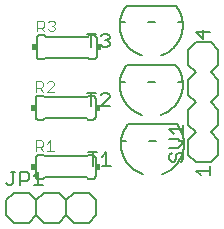
<source format=gto>
G75*
%MOIN*%
%OFA0B0*%
%FSLAX25Y25*%
%IPPOS*%
%LPD*%
%AMOC8*
5,1,8,0,0,1.08239X$1,22.5*
%
%ADD10C,0.00600*%
%ADD11C,0.00500*%
%ADD12R,0.01500X0.02000*%
%ADD13C,0.00400*%
D10*
X0005894Y0007765D02*
X0008394Y0005265D01*
X0013394Y0005265D01*
X0015894Y0007765D01*
X0018394Y0005265D01*
X0023394Y0005265D01*
X0025894Y0007765D01*
X0028394Y0005265D01*
X0033394Y0005265D01*
X0035894Y0007765D01*
X0035894Y0012765D01*
X0033394Y0015265D01*
X0028394Y0015265D01*
X0025894Y0012765D01*
X0025894Y0007765D01*
X0025894Y0012765D02*
X0023394Y0015265D01*
X0018394Y0015265D01*
X0015894Y0012765D01*
X0015894Y0007765D01*
X0015894Y0012765D02*
X0013394Y0015265D01*
X0008394Y0015265D01*
X0005894Y0012765D01*
X0005894Y0007765D01*
X0016658Y0019847D02*
X0018158Y0019847D01*
X0018658Y0020347D01*
X0032658Y0020347D01*
X0033158Y0019847D01*
X0034658Y0019847D01*
X0034718Y0019849D01*
X0034779Y0019854D01*
X0034838Y0019863D01*
X0034897Y0019876D01*
X0034956Y0019892D01*
X0035013Y0019912D01*
X0035068Y0019935D01*
X0035123Y0019962D01*
X0035175Y0019991D01*
X0035226Y0020024D01*
X0035275Y0020060D01*
X0035321Y0020098D01*
X0035365Y0020140D01*
X0035407Y0020184D01*
X0035445Y0020230D01*
X0035481Y0020279D01*
X0035514Y0020330D01*
X0035543Y0020382D01*
X0035570Y0020437D01*
X0035593Y0020492D01*
X0035613Y0020549D01*
X0035629Y0020608D01*
X0035642Y0020667D01*
X0035651Y0020726D01*
X0035656Y0020787D01*
X0035658Y0020847D01*
X0035658Y0026847D01*
X0035656Y0026907D01*
X0035651Y0026968D01*
X0035642Y0027027D01*
X0035629Y0027086D01*
X0035613Y0027145D01*
X0035593Y0027202D01*
X0035570Y0027257D01*
X0035543Y0027312D01*
X0035514Y0027364D01*
X0035481Y0027415D01*
X0035445Y0027464D01*
X0035407Y0027510D01*
X0035365Y0027554D01*
X0035321Y0027596D01*
X0035275Y0027634D01*
X0035226Y0027670D01*
X0035175Y0027703D01*
X0035123Y0027732D01*
X0035068Y0027759D01*
X0035013Y0027782D01*
X0034956Y0027802D01*
X0034897Y0027818D01*
X0034838Y0027831D01*
X0034779Y0027840D01*
X0034718Y0027845D01*
X0034658Y0027847D01*
X0033158Y0027847D01*
X0032658Y0027347D01*
X0018658Y0027347D01*
X0018158Y0027847D01*
X0016658Y0027847D01*
X0016598Y0027845D01*
X0016537Y0027840D01*
X0016478Y0027831D01*
X0016419Y0027818D01*
X0016360Y0027802D01*
X0016303Y0027782D01*
X0016248Y0027759D01*
X0016193Y0027732D01*
X0016141Y0027703D01*
X0016090Y0027670D01*
X0016041Y0027634D01*
X0015995Y0027596D01*
X0015951Y0027554D01*
X0015909Y0027510D01*
X0015871Y0027464D01*
X0015835Y0027415D01*
X0015802Y0027364D01*
X0015773Y0027312D01*
X0015746Y0027257D01*
X0015723Y0027202D01*
X0015703Y0027145D01*
X0015687Y0027086D01*
X0015674Y0027027D01*
X0015665Y0026968D01*
X0015660Y0026907D01*
X0015658Y0026847D01*
X0015658Y0020847D01*
X0015660Y0020787D01*
X0015665Y0020726D01*
X0015674Y0020667D01*
X0015687Y0020608D01*
X0015703Y0020549D01*
X0015723Y0020492D01*
X0015746Y0020437D01*
X0015773Y0020382D01*
X0015802Y0020330D01*
X0015835Y0020279D01*
X0015871Y0020230D01*
X0015909Y0020184D01*
X0015951Y0020140D01*
X0015995Y0020098D01*
X0016041Y0020060D01*
X0016090Y0020024D01*
X0016141Y0019991D01*
X0016193Y0019962D01*
X0016248Y0019935D01*
X0016303Y0019912D01*
X0016360Y0019892D01*
X0016419Y0019876D01*
X0016478Y0019863D01*
X0016537Y0019854D01*
X0016598Y0019849D01*
X0016658Y0019847D01*
X0016658Y0039611D02*
X0018158Y0039611D01*
X0018658Y0040111D01*
X0032658Y0040111D01*
X0033158Y0039611D01*
X0034658Y0039611D01*
X0034718Y0039613D01*
X0034779Y0039618D01*
X0034838Y0039627D01*
X0034897Y0039640D01*
X0034956Y0039656D01*
X0035013Y0039676D01*
X0035068Y0039699D01*
X0035123Y0039726D01*
X0035175Y0039755D01*
X0035226Y0039788D01*
X0035275Y0039824D01*
X0035321Y0039862D01*
X0035365Y0039904D01*
X0035407Y0039948D01*
X0035445Y0039994D01*
X0035481Y0040043D01*
X0035514Y0040094D01*
X0035543Y0040146D01*
X0035570Y0040201D01*
X0035593Y0040256D01*
X0035613Y0040313D01*
X0035629Y0040372D01*
X0035642Y0040431D01*
X0035651Y0040490D01*
X0035656Y0040551D01*
X0035658Y0040611D01*
X0035658Y0046611D01*
X0035656Y0046671D01*
X0035651Y0046732D01*
X0035642Y0046791D01*
X0035629Y0046850D01*
X0035613Y0046909D01*
X0035593Y0046966D01*
X0035570Y0047021D01*
X0035543Y0047076D01*
X0035514Y0047128D01*
X0035481Y0047179D01*
X0035445Y0047228D01*
X0035407Y0047274D01*
X0035365Y0047318D01*
X0035321Y0047360D01*
X0035275Y0047398D01*
X0035226Y0047434D01*
X0035175Y0047467D01*
X0035123Y0047496D01*
X0035068Y0047523D01*
X0035013Y0047546D01*
X0034956Y0047566D01*
X0034897Y0047582D01*
X0034838Y0047595D01*
X0034779Y0047604D01*
X0034718Y0047609D01*
X0034658Y0047611D01*
X0033158Y0047611D01*
X0032658Y0047111D01*
X0018658Y0047111D01*
X0018158Y0047611D01*
X0016658Y0047611D01*
X0016598Y0047609D01*
X0016537Y0047604D01*
X0016478Y0047595D01*
X0016419Y0047582D01*
X0016360Y0047566D01*
X0016303Y0047546D01*
X0016248Y0047523D01*
X0016193Y0047496D01*
X0016141Y0047467D01*
X0016090Y0047434D01*
X0016041Y0047398D01*
X0015995Y0047360D01*
X0015951Y0047318D01*
X0015909Y0047274D01*
X0015871Y0047228D01*
X0015835Y0047179D01*
X0015802Y0047128D01*
X0015773Y0047076D01*
X0015746Y0047021D01*
X0015723Y0046966D01*
X0015703Y0046909D01*
X0015687Y0046850D01*
X0015674Y0046791D01*
X0015665Y0046732D01*
X0015660Y0046671D01*
X0015658Y0046611D01*
X0015658Y0040611D01*
X0015660Y0040551D01*
X0015665Y0040490D01*
X0015674Y0040431D01*
X0015687Y0040372D01*
X0015703Y0040313D01*
X0015723Y0040256D01*
X0015746Y0040201D01*
X0015773Y0040146D01*
X0015802Y0040094D01*
X0015835Y0040043D01*
X0015871Y0039994D01*
X0015909Y0039948D01*
X0015951Y0039904D01*
X0015995Y0039862D01*
X0016041Y0039824D01*
X0016090Y0039788D01*
X0016141Y0039755D01*
X0016193Y0039726D01*
X0016248Y0039699D01*
X0016303Y0039676D01*
X0016360Y0039656D01*
X0016419Y0039640D01*
X0016478Y0039627D01*
X0016537Y0039618D01*
X0016598Y0039613D01*
X0016658Y0039611D01*
X0017052Y0059769D02*
X0018552Y0059769D01*
X0019052Y0060269D01*
X0033052Y0060269D01*
X0033552Y0059769D01*
X0035052Y0059769D01*
X0035112Y0059771D01*
X0035173Y0059776D01*
X0035232Y0059785D01*
X0035291Y0059798D01*
X0035350Y0059814D01*
X0035407Y0059834D01*
X0035462Y0059857D01*
X0035517Y0059884D01*
X0035569Y0059913D01*
X0035620Y0059946D01*
X0035669Y0059982D01*
X0035715Y0060020D01*
X0035759Y0060062D01*
X0035801Y0060106D01*
X0035839Y0060152D01*
X0035875Y0060201D01*
X0035908Y0060252D01*
X0035937Y0060304D01*
X0035964Y0060359D01*
X0035987Y0060414D01*
X0036007Y0060471D01*
X0036023Y0060530D01*
X0036036Y0060589D01*
X0036045Y0060648D01*
X0036050Y0060709D01*
X0036052Y0060769D01*
X0036052Y0066769D01*
X0036050Y0066829D01*
X0036045Y0066890D01*
X0036036Y0066949D01*
X0036023Y0067008D01*
X0036007Y0067067D01*
X0035987Y0067124D01*
X0035964Y0067179D01*
X0035937Y0067234D01*
X0035908Y0067286D01*
X0035875Y0067337D01*
X0035839Y0067386D01*
X0035801Y0067432D01*
X0035759Y0067476D01*
X0035715Y0067518D01*
X0035669Y0067556D01*
X0035620Y0067592D01*
X0035569Y0067625D01*
X0035517Y0067654D01*
X0035462Y0067681D01*
X0035407Y0067704D01*
X0035350Y0067724D01*
X0035291Y0067740D01*
X0035232Y0067753D01*
X0035173Y0067762D01*
X0035112Y0067767D01*
X0035052Y0067769D01*
X0033552Y0067769D01*
X0033052Y0067269D01*
X0019052Y0067269D01*
X0018552Y0067769D01*
X0017052Y0067769D01*
X0016992Y0067767D01*
X0016931Y0067762D01*
X0016872Y0067753D01*
X0016813Y0067740D01*
X0016754Y0067724D01*
X0016697Y0067704D01*
X0016642Y0067681D01*
X0016587Y0067654D01*
X0016535Y0067625D01*
X0016484Y0067592D01*
X0016435Y0067556D01*
X0016389Y0067518D01*
X0016345Y0067476D01*
X0016303Y0067432D01*
X0016265Y0067386D01*
X0016229Y0067337D01*
X0016196Y0067286D01*
X0016167Y0067234D01*
X0016140Y0067179D01*
X0016117Y0067124D01*
X0016097Y0067067D01*
X0016081Y0067008D01*
X0016068Y0066949D01*
X0016059Y0066890D01*
X0016054Y0066829D01*
X0016052Y0066769D01*
X0016052Y0060769D01*
X0016054Y0060709D01*
X0016059Y0060648D01*
X0016068Y0060589D01*
X0016081Y0060530D01*
X0016097Y0060471D01*
X0016117Y0060414D01*
X0016140Y0060359D01*
X0016167Y0060304D01*
X0016196Y0060252D01*
X0016229Y0060201D01*
X0016265Y0060152D01*
X0016303Y0060106D01*
X0016345Y0060062D01*
X0016389Y0060020D01*
X0016435Y0059982D01*
X0016484Y0059946D01*
X0016535Y0059913D01*
X0016587Y0059884D01*
X0016642Y0059857D01*
X0016697Y0059834D01*
X0016754Y0059814D01*
X0016813Y0059798D01*
X0016872Y0059785D01*
X0016931Y0059776D01*
X0016992Y0059771D01*
X0017052Y0059769D01*
X0066485Y0057883D02*
X0068985Y0055383D01*
X0066485Y0052883D01*
X0066485Y0047883D01*
X0068985Y0045383D01*
X0066485Y0042883D01*
X0066485Y0037883D01*
X0068985Y0035383D01*
X0066485Y0032883D01*
X0066485Y0027883D01*
X0068985Y0025383D01*
X0073985Y0025383D01*
X0076485Y0027883D01*
X0076485Y0032883D01*
X0073985Y0035383D01*
X0076485Y0037883D01*
X0076485Y0042883D01*
X0073985Y0045383D01*
X0076485Y0047883D01*
X0076485Y0052883D01*
X0073985Y0055383D01*
X0076485Y0057883D01*
X0076485Y0062883D01*
X0073985Y0065383D01*
X0068985Y0065383D01*
X0066485Y0062883D01*
X0066485Y0057883D01*
D11*
X0062487Y0057749D02*
X0045995Y0057749D01*
X0045368Y0052249D02*
X0043789Y0052249D01*
X0039639Y0048503D02*
X0038138Y0048503D01*
X0037387Y0047752D01*
X0035786Y0048503D02*
X0032783Y0048503D01*
X0034284Y0048503D02*
X0034284Y0043999D01*
X0037387Y0043999D02*
X0040390Y0047001D01*
X0040390Y0047752D01*
X0039639Y0048503D01*
X0040390Y0043999D02*
X0037387Y0043999D01*
X0046389Y0037985D02*
X0062881Y0037985D01*
X0064735Y0037843D02*
X0064735Y0034841D01*
X0064735Y0036342D02*
X0060231Y0036342D01*
X0061732Y0034841D01*
X0063234Y0033239D02*
X0060231Y0033239D01*
X0060231Y0030237D02*
X0063234Y0030237D01*
X0064735Y0031738D01*
X0063234Y0033239D01*
X0063507Y0032485D02*
X0065087Y0032485D01*
X0063984Y0028635D02*
X0063234Y0028635D01*
X0062483Y0027885D01*
X0062483Y0026383D01*
X0061732Y0025633D01*
X0060982Y0025633D01*
X0060231Y0026383D01*
X0060231Y0027885D01*
X0060982Y0028635D01*
X0063984Y0028635D02*
X0064735Y0027885D01*
X0064735Y0026383D01*
X0063984Y0025633D01*
X0069231Y0022634D02*
X0073735Y0022634D01*
X0073735Y0021133D02*
X0073735Y0024135D01*
X0070732Y0021133D02*
X0069231Y0022634D01*
X0055762Y0032485D02*
X0053507Y0032485D01*
X0062881Y0037985D02*
X0063034Y0037786D01*
X0063182Y0037584D01*
X0063325Y0037379D01*
X0063463Y0037170D01*
X0063596Y0036958D01*
X0063724Y0036743D01*
X0063846Y0036525D01*
X0063964Y0036304D01*
X0064076Y0036080D01*
X0064183Y0035854D01*
X0064284Y0035625D01*
X0064380Y0035394D01*
X0064471Y0035160D01*
X0064556Y0034925D01*
X0064635Y0034687D01*
X0064708Y0034448D01*
X0064776Y0034207D01*
X0064838Y0033965D01*
X0064894Y0033721D01*
X0064945Y0033475D01*
X0064989Y0033229D01*
X0065028Y0032982D01*
X0065060Y0032734D01*
X0065087Y0032485D01*
X0065109Y0032230D01*
X0065124Y0031974D01*
X0065132Y0031718D01*
X0065135Y0031461D01*
X0065131Y0031205D01*
X0065121Y0030949D01*
X0065105Y0030693D01*
X0065083Y0030438D01*
X0065054Y0030183D01*
X0065019Y0029929D01*
X0064978Y0029676D01*
X0064931Y0029424D01*
X0064877Y0029174D01*
X0064818Y0028925D01*
X0064752Y0028677D01*
X0064681Y0028431D01*
X0064603Y0028186D01*
X0064520Y0027944D01*
X0064431Y0027704D01*
X0064335Y0027466D01*
X0064234Y0027230D01*
X0064128Y0026997D01*
X0064015Y0026767D01*
X0063897Y0026539D01*
X0063774Y0026315D01*
X0063645Y0026093D01*
X0063511Y0025875D01*
X0063371Y0025660D01*
X0063226Y0025449D01*
X0063076Y0025241D01*
X0062922Y0025037D01*
X0062762Y0024836D01*
X0062597Y0024640D01*
X0062428Y0024448D01*
X0062253Y0024259D01*
X0062075Y0024076D01*
X0061892Y0023896D01*
X0061704Y0023721D01*
X0061513Y0023551D01*
X0061317Y0023386D01*
X0061117Y0023225D01*
X0060914Y0023069D01*
X0060707Y0022919D01*
X0060496Y0022773D01*
X0060281Y0022632D01*
X0060064Y0022497D01*
X0059843Y0022367D01*
X0059619Y0022243D01*
X0059392Y0022124D01*
X0059162Y0022011D01*
X0058929Y0021903D01*
X0058694Y0021801D01*
X0058456Y0021705D01*
X0058217Y0021615D01*
X0057975Y0021530D01*
X0057731Y0021452D01*
X0051539Y0021452D02*
X0051297Y0021530D01*
X0051057Y0021614D01*
X0050819Y0021703D01*
X0050583Y0021798D01*
X0050349Y0021900D01*
X0050118Y0022006D01*
X0049890Y0022119D01*
X0049664Y0022236D01*
X0049441Y0022359D01*
X0049222Y0022488D01*
X0049005Y0022622D01*
X0048792Y0022761D01*
X0048582Y0022905D01*
X0048376Y0023054D01*
X0048174Y0023208D01*
X0047975Y0023367D01*
X0047780Y0023531D01*
X0047589Y0023700D01*
X0047403Y0023873D01*
X0047220Y0024050D01*
X0047042Y0024232D01*
X0046869Y0024418D01*
X0046700Y0024609D01*
X0046536Y0024803D01*
X0046376Y0025001D01*
X0046221Y0025203D01*
X0046072Y0025409D01*
X0045927Y0025618D01*
X0045787Y0025831D01*
X0045653Y0026047D01*
X0045524Y0026267D01*
X0045400Y0026489D01*
X0045281Y0026714D01*
X0045169Y0026942D01*
X0045061Y0027173D01*
X0044960Y0027406D01*
X0044864Y0027642D01*
X0044773Y0027880D01*
X0044689Y0028120D01*
X0044610Y0028362D01*
X0044537Y0028606D01*
X0044471Y0028852D01*
X0044410Y0029099D01*
X0044355Y0029347D01*
X0044306Y0029597D01*
X0044263Y0029848D01*
X0044227Y0030100D01*
X0044196Y0030352D01*
X0044172Y0030606D01*
X0044154Y0030859D01*
X0044142Y0031114D01*
X0044136Y0031368D01*
X0044136Y0031623D01*
X0044142Y0031877D01*
X0044155Y0032131D01*
X0044174Y0032385D01*
X0044199Y0032638D01*
X0044230Y0032891D01*
X0044267Y0033143D01*
X0044310Y0033393D01*
X0044359Y0033643D01*
X0044415Y0033892D01*
X0044476Y0034139D01*
X0044543Y0034384D01*
X0044616Y0034628D01*
X0044695Y0034870D01*
X0044780Y0035109D01*
X0044871Y0035347D01*
X0044968Y0035583D01*
X0045070Y0035816D01*
X0045178Y0036046D01*
X0045291Y0036274D01*
X0045410Y0036499D01*
X0045534Y0036721D01*
X0045664Y0036940D01*
X0045798Y0037156D01*
X0045938Y0037369D01*
X0046084Y0037578D01*
X0046234Y0037783D01*
X0046389Y0037985D01*
X0045762Y0032485D02*
X0044182Y0032485D01*
X0039282Y0028739D02*
X0039282Y0024235D01*
X0037781Y0024235D02*
X0040783Y0024235D01*
X0037781Y0027238D02*
X0039282Y0028739D01*
X0036179Y0028739D02*
X0033177Y0028739D01*
X0034678Y0028739D02*
X0034678Y0024235D01*
X0018055Y0017715D02*
X0015052Y0017715D01*
X0016554Y0017715D02*
X0016554Y0022218D01*
X0015052Y0020717D01*
X0013451Y0019966D02*
X0012700Y0019216D01*
X0010448Y0019216D01*
X0010448Y0017715D02*
X0010448Y0022218D01*
X0012700Y0022218D01*
X0013451Y0021468D01*
X0013451Y0019966D01*
X0008847Y0022218D02*
X0007346Y0022218D01*
X0008096Y0022218D02*
X0008096Y0018465D01*
X0007346Y0017715D01*
X0006595Y0017715D01*
X0005844Y0018465D01*
X0034284Y0063763D02*
X0034284Y0068266D01*
X0032783Y0068266D02*
X0035786Y0068266D01*
X0037387Y0067516D02*
X0038138Y0068266D01*
X0039639Y0068266D01*
X0040390Y0067516D01*
X0040390Y0066765D01*
X0039639Y0066015D01*
X0040390Y0065264D01*
X0040390Y0064513D01*
X0039639Y0063763D01*
X0038138Y0063763D01*
X0037387Y0064513D01*
X0038888Y0066015D02*
X0039639Y0066015D01*
X0043789Y0072013D02*
X0045368Y0072013D01*
X0045995Y0077513D02*
X0062487Y0077513D01*
X0063114Y0072013D02*
X0064693Y0072013D01*
X0069231Y0068885D02*
X0071483Y0066633D01*
X0071483Y0069635D01*
X0073735Y0068885D02*
X0069231Y0068885D01*
X0055368Y0072013D02*
X0053114Y0072013D01*
X0062487Y0077513D02*
X0062640Y0077314D01*
X0062788Y0077112D01*
X0062931Y0076907D01*
X0063069Y0076698D01*
X0063202Y0076486D01*
X0063330Y0076271D01*
X0063452Y0076053D01*
X0063570Y0075832D01*
X0063682Y0075608D01*
X0063789Y0075382D01*
X0063890Y0075153D01*
X0063986Y0074922D01*
X0064077Y0074688D01*
X0064162Y0074453D01*
X0064241Y0074215D01*
X0064314Y0073976D01*
X0064382Y0073735D01*
X0064444Y0073493D01*
X0064500Y0073249D01*
X0064551Y0073003D01*
X0064595Y0072757D01*
X0064634Y0072510D01*
X0064666Y0072262D01*
X0064693Y0072013D01*
X0064715Y0071758D01*
X0064730Y0071502D01*
X0064738Y0071246D01*
X0064741Y0070989D01*
X0064737Y0070733D01*
X0064727Y0070477D01*
X0064711Y0070221D01*
X0064689Y0069966D01*
X0064660Y0069711D01*
X0064625Y0069457D01*
X0064584Y0069204D01*
X0064537Y0068952D01*
X0064483Y0068702D01*
X0064424Y0068453D01*
X0064358Y0068205D01*
X0064287Y0067959D01*
X0064209Y0067714D01*
X0064126Y0067472D01*
X0064037Y0067232D01*
X0063941Y0066994D01*
X0063840Y0066758D01*
X0063734Y0066525D01*
X0063621Y0066295D01*
X0063503Y0066067D01*
X0063380Y0065843D01*
X0063251Y0065621D01*
X0063117Y0065403D01*
X0062977Y0065188D01*
X0062832Y0064977D01*
X0062682Y0064769D01*
X0062528Y0064565D01*
X0062368Y0064364D01*
X0062203Y0064168D01*
X0062034Y0063976D01*
X0061859Y0063787D01*
X0061681Y0063604D01*
X0061498Y0063424D01*
X0061310Y0063249D01*
X0061119Y0063079D01*
X0060923Y0062914D01*
X0060723Y0062753D01*
X0060520Y0062597D01*
X0060313Y0062447D01*
X0060102Y0062301D01*
X0059887Y0062160D01*
X0059670Y0062025D01*
X0059449Y0061895D01*
X0059225Y0061771D01*
X0058998Y0061652D01*
X0058768Y0061539D01*
X0058535Y0061431D01*
X0058300Y0061329D01*
X0058062Y0061233D01*
X0057823Y0061143D01*
X0057581Y0061058D01*
X0057337Y0060980D01*
X0055368Y0052249D02*
X0053114Y0052249D01*
X0062487Y0057749D02*
X0062640Y0057550D01*
X0062788Y0057348D01*
X0062931Y0057143D01*
X0063069Y0056934D01*
X0063202Y0056722D01*
X0063330Y0056507D01*
X0063452Y0056289D01*
X0063570Y0056068D01*
X0063682Y0055844D01*
X0063789Y0055618D01*
X0063890Y0055389D01*
X0063986Y0055158D01*
X0064077Y0054924D01*
X0064162Y0054689D01*
X0064241Y0054451D01*
X0064314Y0054212D01*
X0064382Y0053971D01*
X0064444Y0053729D01*
X0064500Y0053485D01*
X0064551Y0053239D01*
X0064595Y0052993D01*
X0064634Y0052746D01*
X0064666Y0052498D01*
X0064693Y0052249D01*
X0063114Y0052249D01*
X0064693Y0052249D02*
X0064715Y0051994D01*
X0064730Y0051738D01*
X0064738Y0051482D01*
X0064741Y0051225D01*
X0064737Y0050969D01*
X0064727Y0050713D01*
X0064711Y0050457D01*
X0064689Y0050202D01*
X0064660Y0049947D01*
X0064625Y0049693D01*
X0064584Y0049440D01*
X0064537Y0049188D01*
X0064483Y0048938D01*
X0064424Y0048689D01*
X0064358Y0048441D01*
X0064287Y0048195D01*
X0064209Y0047950D01*
X0064126Y0047708D01*
X0064037Y0047468D01*
X0063941Y0047230D01*
X0063840Y0046994D01*
X0063734Y0046761D01*
X0063621Y0046531D01*
X0063503Y0046303D01*
X0063380Y0046079D01*
X0063251Y0045857D01*
X0063117Y0045639D01*
X0062977Y0045424D01*
X0062832Y0045213D01*
X0062682Y0045005D01*
X0062528Y0044801D01*
X0062368Y0044600D01*
X0062203Y0044404D01*
X0062034Y0044212D01*
X0061859Y0044023D01*
X0061681Y0043840D01*
X0061498Y0043660D01*
X0061310Y0043485D01*
X0061119Y0043315D01*
X0060923Y0043150D01*
X0060723Y0042989D01*
X0060520Y0042833D01*
X0060313Y0042683D01*
X0060102Y0042537D01*
X0059887Y0042396D01*
X0059670Y0042261D01*
X0059449Y0042131D01*
X0059225Y0042007D01*
X0058998Y0041888D01*
X0058768Y0041775D01*
X0058535Y0041667D01*
X0058300Y0041565D01*
X0058062Y0041469D01*
X0057823Y0041379D01*
X0057581Y0041294D01*
X0057337Y0041216D01*
X0051145Y0041216D02*
X0050903Y0041294D01*
X0050663Y0041378D01*
X0050425Y0041467D01*
X0050189Y0041562D01*
X0049955Y0041664D01*
X0049724Y0041770D01*
X0049496Y0041883D01*
X0049270Y0042000D01*
X0049047Y0042123D01*
X0048828Y0042252D01*
X0048611Y0042386D01*
X0048398Y0042525D01*
X0048188Y0042669D01*
X0047982Y0042818D01*
X0047780Y0042972D01*
X0047581Y0043131D01*
X0047386Y0043295D01*
X0047195Y0043464D01*
X0047009Y0043637D01*
X0046826Y0043814D01*
X0046648Y0043996D01*
X0046475Y0044182D01*
X0046306Y0044373D01*
X0046142Y0044567D01*
X0045982Y0044765D01*
X0045827Y0044967D01*
X0045678Y0045173D01*
X0045533Y0045382D01*
X0045393Y0045595D01*
X0045259Y0045811D01*
X0045130Y0046031D01*
X0045006Y0046253D01*
X0044887Y0046478D01*
X0044775Y0046706D01*
X0044667Y0046937D01*
X0044566Y0047170D01*
X0044470Y0047406D01*
X0044379Y0047644D01*
X0044295Y0047884D01*
X0044216Y0048126D01*
X0044143Y0048370D01*
X0044077Y0048616D01*
X0044016Y0048863D01*
X0043961Y0049111D01*
X0043912Y0049361D01*
X0043869Y0049612D01*
X0043833Y0049864D01*
X0043802Y0050116D01*
X0043778Y0050370D01*
X0043760Y0050623D01*
X0043748Y0050878D01*
X0043742Y0051132D01*
X0043742Y0051387D01*
X0043748Y0051641D01*
X0043761Y0051895D01*
X0043780Y0052149D01*
X0043805Y0052402D01*
X0043836Y0052655D01*
X0043873Y0052907D01*
X0043916Y0053157D01*
X0043965Y0053407D01*
X0044021Y0053656D01*
X0044082Y0053903D01*
X0044149Y0054148D01*
X0044222Y0054392D01*
X0044301Y0054634D01*
X0044386Y0054873D01*
X0044477Y0055111D01*
X0044574Y0055347D01*
X0044676Y0055580D01*
X0044784Y0055810D01*
X0044897Y0056038D01*
X0045016Y0056263D01*
X0045140Y0056485D01*
X0045270Y0056704D01*
X0045404Y0056920D01*
X0045544Y0057133D01*
X0045690Y0057342D01*
X0045840Y0057547D01*
X0045995Y0057749D01*
X0051145Y0060980D02*
X0050903Y0061058D01*
X0050663Y0061142D01*
X0050425Y0061231D01*
X0050189Y0061326D01*
X0049955Y0061428D01*
X0049724Y0061534D01*
X0049496Y0061647D01*
X0049270Y0061764D01*
X0049047Y0061887D01*
X0048828Y0062016D01*
X0048611Y0062150D01*
X0048398Y0062289D01*
X0048188Y0062433D01*
X0047982Y0062582D01*
X0047780Y0062736D01*
X0047581Y0062895D01*
X0047386Y0063059D01*
X0047195Y0063228D01*
X0047009Y0063401D01*
X0046826Y0063578D01*
X0046648Y0063760D01*
X0046475Y0063946D01*
X0046306Y0064137D01*
X0046142Y0064331D01*
X0045982Y0064529D01*
X0045827Y0064731D01*
X0045678Y0064937D01*
X0045533Y0065146D01*
X0045393Y0065359D01*
X0045259Y0065575D01*
X0045130Y0065795D01*
X0045006Y0066017D01*
X0044887Y0066242D01*
X0044775Y0066470D01*
X0044667Y0066701D01*
X0044566Y0066934D01*
X0044470Y0067170D01*
X0044379Y0067408D01*
X0044295Y0067648D01*
X0044216Y0067890D01*
X0044143Y0068134D01*
X0044077Y0068380D01*
X0044016Y0068627D01*
X0043961Y0068875D01*
X0043912Y0069125D01*
X0043869Y0069376D01*
X0043833Y0069628D01*
X0043802Y0069880D01*
X0043778Y0070134D01*
X0043760Y0070387D01*
X0043748Y0070642D01*
X0043742Y0070896D01*
X0043742Y0071151D01*
X0043748Y0071405D01*
X0043761Y0071659D01*
X0043780Y0071913D01*
X0043805Y0072166D01*
X0043836Y0072419D01*
X0043873Y0072671D01*
X0043916Y0072921D01*
X0043965Y0073171D01*
X0044021Y0073420D01*
X0044082Y0073667D01*
X0044149Y0073912D01*
X0044222Y0074156D01*
X0044301Y0074398D01*
X0044386Y0074637D01*
X0044477Y0074875D01*
X0044574Y0075111D01*
X0044676Y0075344D01*
X0044784Y0075574D01*
X0044897Y0075802D01*
X0045016Y0076027D01*
X0045140Y0076249D01*
X0045270Y0076468D01*
X0045404Y0076684D01*
X0045544Y0076897D01*
X0045690Y0077106D01*
X0045840Y0077311D01*
X0045995Y0077513D01*
D12*
X0036802Y0063769D03*
X0036408Y0043611D03*
X0036408Y0023847D03*
X0014908Y0023847D03*
X0014908Y0043611D03*
X0015302Y0063769D03*
D13*
X0016252Y0069069D02*
X0016252Y0072571D01*
X0018003Y0072571D01*
X0018587Y0071988D01*
X0018587Y0070820D01*
X0018003Y0070236D01*
X0016252Y0070236D01*
X0017420Y0070236D02*
X0018587Y0069069D01*
X0019843Y0069652D02*
X0020427Y0069069D01*
X0021595Y0069069D01*
X0022178Y0069652D01*
X0022178Y0070236D01*
X0021595Y0070820D01*
X0021011Y0070820D01*
X0021595Y0070820D02*
X0022178Y0071404D01*
X0022178Y0071988D01*
X0021595Y0072571D01*
X0020427Y0072571D01*
X0019843Y0071988D01*
X0020033Y0052414D02*
X0019449Y0051830D01*
X0020033Y0052414D02*
X0021201Y0052414D01*
X0021785Y0051830D01*
X0021785Y0051246D01*
X0019449Y0048911D01*
X0021785Y0048911D01*
X0018194Y0048911D02*
X0017026Y0050079D01*
X0017610Y0050079D02*
X0015858Y0050079D01*
X0015858Y0048911D02*
X0015858Y0052414D01*
X0017610Y0052414D01*
X0018194Y0051830D01*
X0018194Y0050663D01*
X0017610Y0050079D01*
X0017610Y0032650D02*
X0015858Y0032650D01*
X0015858Y0029147D01*
X0015858Y0030315D02*
X0017610Y0030315D01*
X0018194Y0030899D01*
X0018194Y0032066D01*
X0017610Y0032650D01*
X0019449Y0031483D02*
X0020617Y0032650D01*
X0020617Y0029147D01*
X0019449Y0029147D02*
X0021785Y0029147D01*
X0018194Y0029147D02*
X0017026Y0030315D01*
M02*

</source>
